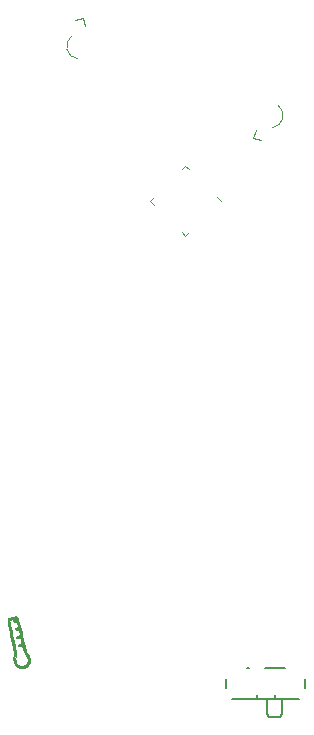
<source format=gbo>
G04 #@! TF.GenerationSoftware,KiCad,Pcbnew,5.1.4-e60b266~84~ubuntu19.04.1*
G04 #@! TF.CreationDate,2019-08-17T12:08:49-07:00*
G04 #@! TF.ProjectId,trevor2,74726576-6f72-4322-9e6b-696361645f70,rev?*
G04 #@! TF.SameCoordinates,Original*
G04 #@! TF.FileFunction,Legend,Bot*
G04 #@! TF.FilePolarity,Positive*
%FSLAX46Y46*%
G04 Gerber Fmt 4.6, Leading zero omitted, Abs format (unit mm)*
G04 Created by KiCad (PCBNEW 5.1.4-e60b266~84~ubuntu19.04.1) date 2019-08-17 12:08:49*
%MOMM*%
%LPD*%
G04 APERTURE LIST*
%ADD10C,0.010000*%
%ADD11C,0.120000*%
%ADD12C,0.150000*%
G04 APERTURE END LIST*
D10*
G36*
X134380250Y-126651140D02*
G01*
X134422203Y-126683600D01*
X134452950Y-126750197D01*
X134454528Y-126754308D01*
X134475091Y-126824212D01*
X134511738Y-126965930D01*
X134561865Y-127168702D01*
X134622867Y-127421763D01*
X134692140Y-127714350D01*
X134767078Y-128035701D01*
X134816052Y-128248188D01*
X134901636Y-128620634D01*
X134971203Y-128919903D01*
X135027647Y-129155347D01*
X135073863Y-129336317D01*
X135112746Y-129472164D01*
X135147191Y-129572239D01*
X135180092Y-129645893D01*
X135214345Y-129702478D01*
X135252844Y-129751344D01*
X135296276Y-129799448D01*
X135440651Y-130008691D01*
X135501720Y-130232112D01*
X135479217Y-130468412D01*
X135451175Y-130554898D01*
X135346805Y-130752133D01*
X135198616Y-130890289D01*
X135006722Y-130981403D01*
X134872918Y-131025431D01*
X134779254Y-131039926D01*
X134686627Y-131025170D01*
X134564736Y-130984584D01*
X134342706Y-130864896D01*
X134183128Y-130690487D01*
X134091724Y-130469484D01*
X134071334Y-130283591D01*
X134086618Y-130139499D01*
X134124170Y-130009997D01*
X134131793Y-129993879D01*
X134147576Y-129955727D01*
X134156142Y-129908082D01*
X134155945Y-129841660D01*
X134145439Y-129747175D01*
X134123077Y-129615340D01*
X134087314Y-129436870D01*
X134036604Y-129202479D01*
X133969400Y-128902880D01*
X133897784Y-128588398D01*
X133823620Y-128257076D01*
X133755687Y-127940600D01*
X133696472Y-127651579D01*
X133648460Y-127402626D01*
X133614138Y-127206349D01*
X133595991Y-127075361D01*
X133593907Y-127046920D01*
X133591669Y-126986737D01*
X133732667Y-126986737D01*
X133741629Y-127036942D01*
X133767096Y-127159943D01*
X133806937Y-127345945D01*
X133859023Y-127585154D01*
X133921224Y-127867776D01*
X133991409Y-128184015D01*
X134052224Y-128456189D01*
X134137543Y-128837854D01*
X134205572Y-129145887D01*
X134257761Y-129389219D01*
X134295559Y-129576787D01*
X134320417Y-129717522D01*
X134333784Y-129820360D01*
X134337111Y-129894233D01*
X134331847Y-129948075D01*
X134319443Y-129990820D01*
X134306224Y-130021186D01*
X134246309Y-130234878D01*
X134267838Y-130441047D01*
X134337187Y-130584373D01*
X134485112Y-130737735D01*
X134665559Y-130821460D01*
X134861232Y-130831456D01*
X135054832Y-130763633D01*
X135066339Y-130756795D01*
X135226233Y-130617675D01*
X135311767Y-130447950D01*
X135322077Y-130259048D01*
X135256298Y-130062399D01*
X135131982Y-129888950D01*
X135022270Y-129747527D01*
X134950430Y-129591206D01*
X134909039Y-129437667D01*
X134874659Y-129291149D01*
X134844456Y-129208806D01*
X134804567Y-129172089D01*
X134741129Y-129162451D01*
X134703010Y-129162012D01*
X134557877Y-129147882D01*
X134483609Y-129108978D01*
X134485595Y-129048723D01*
X134497795Y-129031731D01*
X134575915Y-128979450D01*
X134616267Y-128971352D01*
X134709671Y-128957404D01*
X134755113Y-128907618D01*
X134758721Y-128806707D01*
X134734866Y-128675554D01*
X134683581Y-128444608D01*
X134500677Y-128457814D01*
X134386603Y-128461084D01*
X134336714Y-128444165D01*
X134331560Y-128400031D01*
X134332137Y-128396935D01*
X134379345Y-128332750D01*
X134472840Y-128282010D01*
X134473500Y-128281796D01*
X134566153Y-128249723D01*
X134614425Y-128228994D01*
X134614855Y-128228656D01*
X134614289Y-128184348D01*
X134597752Y-128082767D01*
X134578003Y-127987758D01*
X134526797Y-127758947D01*
X134351982Y-127762223D01*
X134227244Y-127747729D01*
X134175548Y-127707494D01*
X134200124Y-127655403D01*
X134304201Y-127605339D01*
X134314750Y-127602211D01*
X134404416Y-127562667D01*
X134446756Y-127498131D01*
X134446194Y-127390967D01*
X134408518Y-127228442D01*
X134375508Y-127130324D01*
X134329997Y-127086910D01*
X134242197Y-127078322D01*
X134186504Y-127080276D01*
X134060058Y-127069037D01*
X134005427Y-127030393D01*
X134026205Y-126978306D01*
X134125985Y-126926739D01*
X134145417Y-126920662D01*
X134243240Y-126879850D01*
X134280348Y-126841996D01*
X134253235Y-126821800D01*
X134166584Y-126831923D01*
X133964634Y-126882675D01*
X133833385Y-126921320D01*
X133760500Y-126952258D01*
X133733637Y-126979894D01*
X133732667Y-126986737D01*
X133591669Y-126986737D01*
X133584500Y-126794006D01*
X133753834Y-126736268D01*
X133896790Y-126698551D01*
X134072555Y-126666724D01*
X134165435Y-126655323D01*
X134302767Y-126644490D01*
X134380250Y-126651140D01*
X134380250Y-126651140D01*
G37*
X134380250Y-126651140D02*
X134422203Y-126683600D01*
X134452950Y-126750197D01*
X134454528Y-126754308D01*
X134475091Y-126824212D01*
X134511738Y-126965930D01*
X134561865Y-127168702D01*
X134622867Y-127421763D01*
X134692140Y-127714350D01*
X134767078Y-128035701D01*
X134816052Y-128248188D01*
X134901636Y-128620634D01*
X134971203Y-128919903D01*
X135027647Y-129155347D01*
X135073863Y-129336317D01*
X135112746Y-129472164D01*
X135147191Y-129572239D01*
X135180092Y-129645893D01*
X135214345Y-129702478D01*
X135252844Y-129751344D01*
X135296276Y-129799448D01*
X135440651Y-130008691D01*
X135501720Y-130232112D01*
X135479217Y-130468412D01*
X135451175Y-130554898D01*
X135346805Y-130752133D01*
X135198616Y-130890289D01*
X135006722Y-130981403D01*
X134872918Y-131025431D01*
X134779254Y-131039926D01*
X134686627Y-131025170D01*
X134564736Y-130984584D01*
X134342706Y-130864896D01*
X134183128Y-130690487D01*
X134091724Y-130469484D01*
X134071334Y-130283591D01*
X134086618Y-130139499D01*
X134124170Y-130009997D01*
X134131793Y-129993879D01*
X134147576Y-129955727D01*
X134156142Y-129908082D01*
X134155945Y-129841660D01*
X134145439Y-129747175D01*
X134123077Y-129615340D01*
X134087314Y-129436870D01*
X134036604Y-129202479D01*
X133969400Y-128902880D01*
X133897784Y-128588398D01*
X133823620Y-128257076D01*
X133755687Y-127940600D01*
X133696472Y-127651579D01*
X133648460Y-127402626D01*
X133614138Y-127206349D01*
X133595991Y-127075361D01*
X133593907Y-127046920D01*
X133591669Y-126986737D01*
X133732667Y-126986737D01*
X133741629Y-127036942D01*
X133767096Y-127159943D01*
X133806937Y-127345945D01*
X133859023Y-127585154D01*
X133921224Y-127867776D01*
X133991409Y-128184015D01*
X134052224Y-128456189D01*
X134137543Y-128837854D01*
X134205572Y-129145887D01*
X134257761Y-129389219D01*
X134295559Y-129576787D01*
X134320417Y-129717522D01*
X134333784Y-129820360D01*
X134337111Y-129894233D01*
X134331847Y-129948075D01*
X134319443Y-129990820D01*
X134306224Y-130021186D01*
X134246309Y-130234878D01*
X134267838Y-130441047D01*
X134337187Y-130584373D01*
X134485112Y-130737735D01*
X134665559Y-130821460D01*
X134861232Y-130831456D01*
X135054832Y-130763633D01*
X135066339Y-130756795D01*
X135226233Y-130617675D01*
X135311767Y-130447950D01*
X135322077Y-130259048D01*
X135256298Y-130062399D01*
X135131982Y-129888950D01*
X135022270Y-129747527D01*
X134950430Y-129591206D01*
X134909039Y-129437667D01*
X134874659Y-129291149D01*
X134844456Y-129208806D01*
X134804567Y-129172089D01*
X134741129Y-129162451D01*
X134703010Y-129162012D01*
X134557877Y-129147882D01*
X134483609Y-129108978D01*
X134485595Y-129048723D01*
X134497795Y-129031731D01*
X134575915Y-128979450D01*
X134616267Y-128971352D01*
X134709671Y-128957404D01*
X134755113Y-128907618D01*
X134758721Y-128806707D01*
X134734866Y-128675554D01*
X134683581Y-128444608D01*
X134500677Y-128457814D01*
X134386603Y-128461084D01*
X134336714Y-128444165D01*
X134331560Y-128400031D01*
X134332137Y-128396935D01*
X134379345Y-128332750D01*
X134472840Y-128282010D01*
X134473500Y-128281796D01*
X134566153Y-128249723D01*
X134614425Y-128228994D01*
X134614855Y-128228656D01*
X134614289Y-128184348D01*
X134597752Y-128082767D01*
X134578003Y-127987758D01*
X134526797Y-127758947D01*
X134351982Y-127762223D01*
X134227244Y-127747729D01*
X134175548Y-127707494D01*
X134200124Y-127655403D01*
X134304201Y-127605339D01*
X134314750Y-127602211D01*
X134404416Y-127562667D01*
X134446756Y-127498131D01*
X134446194Y-127390967D01*
X134408518Y-127228442D01*
X134375508Y-127130324D01*
X134329997Y-127086910D01*
X134242197Y-127078322D01*
X134186504Y-127080276D01*
X134060058Y-127069037D01*
X134005427Y-127030393D01*
X134026205Y-126978306D01*
X134125985Y-126926739D01*
X134145417Y-126920662D01*
X134243240Y-126879850D01*
X134280348Y-126841996D01*
X134253235Y-126821800D01*
X134166584Y-126831923D01*
X133964634Y-126882675D01*
X133833385Y-126921320D01*
X133760500Y-126952258D01*
X133733637Y-126979894D01*
X133732667Y-126986737D01*
X133591669Y-126986737D01*
X133584500Y-126794006D01*
X133753834Y-126736268D01*
X133896790Y-126698551D01*
X134072555Y-126666724D01*
X134165435Y-126655323D01*
X134302767Y-126644490D01*
X134380250Y-126651140D01*
D11*
X139530968Y-79434159D02*
G75*
G02X139013329Y-77502307I127551J1069454D01*
G01*
X139330598Y-76174963D02*
X139958450Y-76006731D01*
X139958450Y-76006731D02*
X140139623Y-76682879D01*
X156486670Y-83352306D02*
G75*
G02X155969033Y-85284158I-645189J-862399D01*
G01*
X155030598Y-86275037D02*
X154402746Y-86106804D01*
X154402746Y-86106804D02*
X154583920Y-85430656D01*
D12*
X152100000Y-132725000D02*
X152100000Y-131925000D01*
X158800000Y-131925000D02*
X158800000Y-132725000D01*
X157050000Y-131025000D02*
X155350000Y-131025000D01*
X158300000Y-133625000D02*
X152600000Y-133625000D01*
X155550000Y-134925000D02*
X155550000Y-133625000D01*
X156650000Y-135125000D02*
X155750000Y-135125000D01*
X156850000Y-133625000D02*
X156850000Y-134925000D01*
X155550000Y-134925000D02*
X155750000Y-135125000D01*
X156850000Y-134925000D02*
X156650000Y-135125000D01*
X154050000Y-131025000D02*
X153850000Y-131025000D01*
X156200000Y-133325000D02*
X156200000Y-133625000D01*
X154700000Y-133325000D02*
X154700000Y-133625000D01*
D11*
X151298115Y-91114124D02*
X151633991Y-91450000D01*
X145666009Y-91450000D02*
X146001885Y-91114124D01*
X146001885Y-91785876D02*
X145666009Y-91450000D01*
X148650000Y-94433991D02*
X148985876Y-94098115D01*
X148314124Y-94098115D02*
X148650000Y-94433991D01*
X148650000Y-88466009D02*
X148314124Y-88801885D01*
X148985876Y-88801885D02*
X148650000Y-88466009D01*
M02*

</source>
